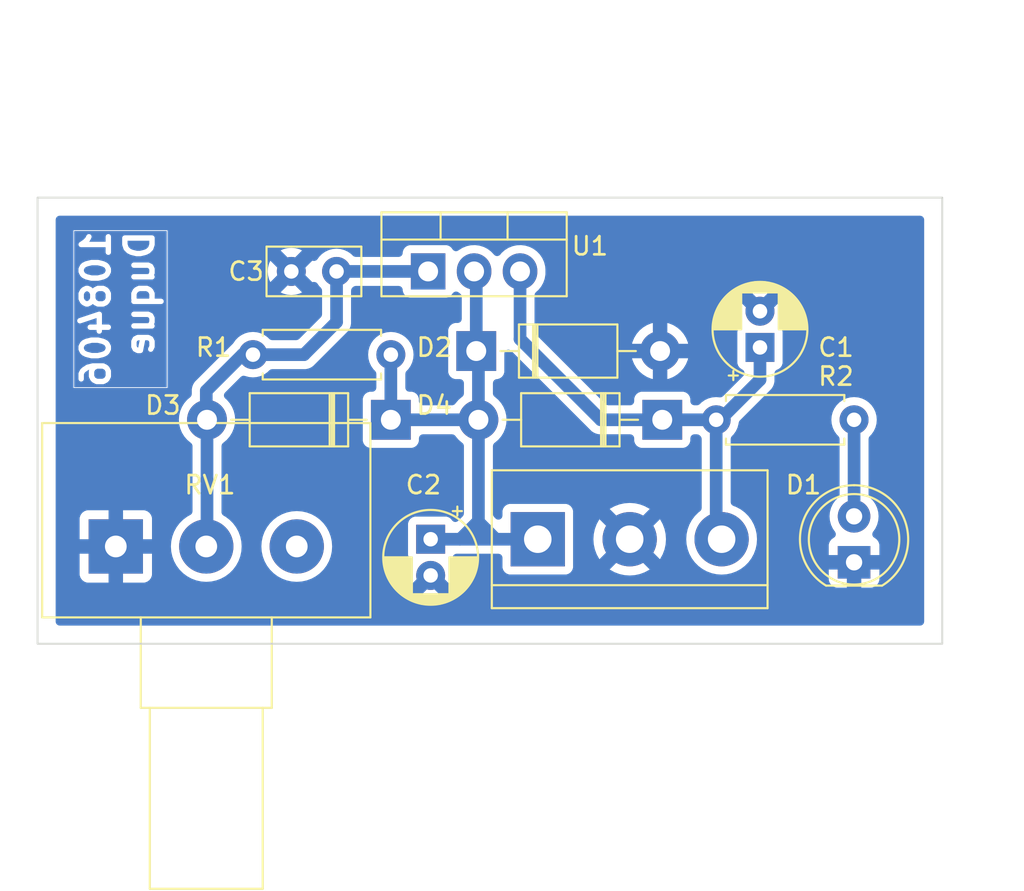
<source format=kicad_pcb>
(kicad_pcb (version 20221018) (generator pcbnew)
  (layers (0 "F.Cu" signal) (31 "B.Cu" signal) (34 "B.Paste" user) (35 "F.Paste" user) (36 "B.SilkS" user "B.Silkscreen") (37 "F.SilkS" user "F.Silkscreen") (38 "B.Mask" user) (39 "F.Mask" user) (44 "Edge.Cuts" user))
  (net 0 "")
  (net 1 "VCC")
  (net 2 "GND")
  (net 3 "/Vout")
  (net 4 "Net-(D3-A)")
  (net 5 "Net-(D1-A)")
  (footprint "Diode_THT:D_DO-41_SOD81_P10.16mm_Horizontal" (layer "F.Cu") (at 137.4 92.4 180)
    (fp_text reference "D3" (at 12.6 0.8) (layer "F.SilkS"))
    (fp_text value "1N4007")
    (fp_line (start 1.34 0) (end 2.36 0) (stroke (width 0.12)) (layer "F.SilkS"))
    (fp_line (start 2.36 -1.47) (end 2.36 1.47) (stroke (width 0.12)) (layer "F.SilkS"))
    (fp_line (start 2.36 1.47) (end 7.8 1.47) (stroke (width 0.12)) (layer "F.SilkS"))
    (fp_line (start 3.14 -1.47) (end 3.14 1.47) (stroke (width 0.12)) (layer "F.SilkS"))
    (fp_line (start 3.26 -1.47) (end 3.26 1.47) (stroke (width 0.12)) (layer "F.SilkS"))
    (fp_line (start 3.38 -1.47) (end 3.38 1.47) (stroke (width 0.12)) (layer "F.SilkS"))
    (fp_line (start 7.8 -1.47) (end 2.36 -1.47) (stroke (width 0.12)) (layer "F.SilkS"))
    (fp_line (start 7.8 1.47) (end 7.8 -1.47) (stroke (width 0.12)) (layer "F.SilkS"))
    (fp_line (start 8.82 0) (end 7.8 0) (stroke (width 0.12)) (layer "F.SilkS"))
    (pad "1" thru_hole rect (at 0 0 180) (size 2.2 2.2) (drill 1.1) (layers "*.Cu" "*.Mask") (net 3 "/Vout"))
    (pad "2" thru_hole oval (at 10.16 0 180) (size 2.2 2.2) (drill 1.1) (layers "*.Cu" "*.Mask") (net 4 "Net-(D3-A)"))
  )
  (footprint "LED_THT:LED_D5.0mm" (layer "F.Cu") (at 163 100.275 90)
    (fp_text reference "D1" (at 4.275 -2.8) (layer "F.SilkS"))
    (fp_text value "Red")
    (fp_line (start -1.29 -1.545) (end -1.29 1.545) (stroke (width 0.12)) (layer "F.SilkS"))
    (fp_arc (start -1.29 -1.54483) (mid 2.072002 -2.880433) (end 4.26 0.000462) (stroke (width 0.12)) (layer "F.SilkS"))
    (fp_arc (start 4.26 -0.000462) (mid 2.072002 2.880433) (end -1.29 1.54483) (stroke (width 0.12)) (layer "F.SilkS"))
    (fp_circle (center 1.27 0) (end 3.77 0) (stroke (width 0.12)) (fill none) (layer "F.SilkS"))
    (pad "1" thru_hole rect (at 0 0 90) (size 1.8 1.8) (drill 0.9) (layers "*.Cu" "*.Mask") (net 2 "GND"))
    (pad "2" thru_hole circle (at 2.54 0 90) (size 1.8 1.8) (drill 0.9) (layers "*.Cu" "*.Mask") (net 5 "Net-(D1-A)"))
  )
  (footprint "Package_TO_SOT_THT:TO-220-3_Vertical" (layer "F.Cu") (at 139.46 84.2)
    (fp_text reference "U1" (at 8.94 -1.4) (layer "F.SilkS"))
    (fp_text value "LM317")
    (fp_line (start -2.58 -3.27) (end -2.58 1.371) (stroke (width 0.12)) (layer "F.SilkS"))
    (fp_line (start -2.58 -3.27) (end 7.66 -3.27) (stroke (width 0.12)) (layer "F.SilkS"))
    (fp_line (start -2.58 -1.76) (end 7.66 -1.76) (stroke (width 0.12)) (layer "F.SilkS"))
    (fp_line (start -2.58 1.371) (end 7.66 1.371) (stroke (width 0.12)) (layer "F.SilkS"))
    (fp_line (start 0.69 -3.27) (end 0.69 -1.76) (stroke (width 0.12)) (layer "F.SilkS"))
    (fp_line (start 4.391 -3.27) (end 4.391 -1.76) (stroke (width 0.12)) (layer "F.SilkS"))
    (fp_line (start 7.66 -3.27) (end 7.66 1.371) (stroke (width 0.12)) (layer "F.SilkS"))
    (pad "1" thru_hole rect (at 0 0) (size 1.905 2) (drill 1.1) (layers "*.Cu" "*.Mask") (net 4 "Net-(D3-A)"))
    (pad "2" thru_hole oval (at 2.54 0) (size 1.905 2) (drill 1.1) (layers "*.Cu" "*.Mask") (net 3 "/Vout"))
    (pad "3" thru_hole oval (at 5.08 0) (size 1.905 2) (drill 1.1) (layers "*.Cu" "*.Mask") (net 1 "VCC"))
  )
  (footprint "Diode_THT:D_DO-41_SOD81_P10.16mm_Horizontal" (layer "F.Cu") (at 142.12 88.6)
    (fp_text reference "D2" (at -2.32 -0.2) (layer "F.SilkS"))
    (fp_text value "1N4007")
    (fp_line (start 1.34 0) (end 2.36 0) (stroke (width 0.12)) (layer "F.SilkS"))
    (fp_line (start 2.36 -1.47) (end 2.36 1.47) (stroke (width 0.12)) (layer "F.SilkS"))
    (fp_line (start 2.36 1.47) (end 7.8 1.47) (stroke (width 0.12)) (layer "F.SilkS"))
    (fp_line (start 3.14 -1.47) (end 3.14 1.47) (stroke (width 0.12)) (layer "F.SilkS"))
    (fp_line (start 3.26 -1.47) (end 3.26 1.47) (stroke (width 0.12)) (layer "F.SilkS"))
    (fp_line (start 3.38 -1.47) (end 3.38 1.47) (stroke (width 0.12)) (layer "F.SilkS"))
    (fp_line (start 7.8 -1.47) (end 2.36 -1.47) (stroke (width 0.12)) (layer "F.SilkS"))
    (fp_line (start 7.8 1.47) (end 7.8 -1.47) (stroke (width 0.12)) (layer "F.SilkS"))
    (fp_line (start 8.82 0) (end 7.8 0) (stroke (width 0.12)) (layer "F.SilkS"))
    (pad "1" thru_hole rect (at 0 0) (size 2.2 2.2) (drill 1.1) (layers "*.Cu" "*.Mask") (net 3 "/Vout"))
    (pad "2" thru_hole oval (at 10.16 0) (size 2.2 2.2) (drill 1.1) (layers "*.Cu" "*.Mask") (net 2 "GND"))
  )
  (footprint "Diode_THT:D_DO-41_SOD81_P10.16mm_Horizontal" (layer "F.Cu") (at 152.4 92.4 180)
    (fp_text reference "D4" (at 12.6 0.8) (layer "F.SilkS"))
    (fp_text value "1N4007")
    (fp_line (start 1.34 0) (end 2.36 0) (stroke (width 0.12)) (layer "F.SilkS"))
    (fp_line (start 2.36 -1.47) (end 2.36 1.47) (stroke (width 0.12)) (layer "F.SilkS"))
    (fp_line (start 2.36 1.47) (end 7.8 1.47) (stroke (width 0.12)) (layer "F.SilkS"))
    (fp_line (start 3.14 -1.47) (end 3.14 1.47) (stroke (width 0.12)) (layer "F.SilkS"))
    (fp_line (start 3.26 -1.47) (end 3.26 1.47) (stroke (width 0.12)) (layer "F.SilkS"))
    (fp_line (start 3.38 -1.47) (end 3.38 1.47) (stroke (width 0.12)) (layer "F.SilkS"))
    (fp_line (start 7.8 -1.47) (end 2.36 -1.47) (stroke (width 0.12)) (layer "F.SilkS"))
    (fp_line (start 7.8 1.47) (end 7.8 -1.47) (stroke (width 0.12)) (layer "F.SilkS"))
    (fp_line (start 8.82 0) (end 7.8 0) (stroke (width 0.12)) (layer "F.SilkS"))
    (pad "1" thru_hole rect (at 0 0 180) (size 2.2 2.2) (drill 1.1) (layers "*.Cu" "*.Mask") (net 1 "VCC"))
    (pad "2" thru_hole oval (at 10.16 0 180) (size 2.2 2.2) (drill 1.1) (layers "*.Cu" "*.Mask") (net 3 "/Vout"))
  )
  (footprint "TerminalBlock:TerminalBlock_bornier-3_P5.08mm" (layer "F.Cu") (at 145.52 99)
    (fp_text reference "J1" hide)
    (fp_text value "Bornera")
    (fp_line (start -2.54 -3.81) (end 12.7 -3.81) (stroke (width 0.12)) (layer "F.SilkS"))
    (fp_line (start -2.54 2.54) (end 12.7 2.54) (stroke (width 0.12)) (layer "F.SilkS"))
    (fp_line (start -2.54 3.81) (end -2.54 -3.81) (stroke (width 0.12)) (layer "F.SilkS"))
    (fp_line (start -2.54 3.81) (end 12.7 3.81) (stroke (width 0.12)) (layer "F.SilkS"))
    (fp_line (start 12.7 3.81) (end 12.7 -3.81) (stroke (width 0.12)) (layer "F.SilkS"))
    (pad "1" thru_hole rect (at 0 0) (size 3 3) (drill 1.52) (layers "*.Cu" "*.Mask") (net 3 "/Vout"))
    (pad "2" thru_hole circle (at 5.08 0) (size 3 3) (drill 1.52) (layers "*.Cu" "*.Mask") (net 2 "GND"))
    (pad "3" thru_hole circle (at 10.16 0) (size 3 3) (drill 1.52) (layers "*.Cu" "*.Mask") (net 1 "VCC"))
  )
  (footprint "Capacitor_THT:CP_Radial_D5.0mm_P2.00mm" (layer "F.Cu") (at 157.8 88.4 90)
    (fp_text reference "C1" (at 0 4.2 180) (layer "F.SilkS"))
    (fp_text value "10u")
    (fp_line (start -1.804775 -1.475) (end -1.304775 -1.475) (stroke (width 0.12)) (layer "F.SilkS"))
    (fp_line (start -1.554775 -1.725) (end -1.554775 -1.225) (stroke (width 0.12)) (layer "F.SilkS"))
    (fp_line (start 1 -2.58) (end 1 -1.04) (stroke (width 0.12)) (layer "F.SilkS"))
    (fp_line (start 1 1.04) (end 1 2.58) (stroke (width 0.12)) (layer "F.SilkS"))
    (fp_line (start 1.04 -2.58) (end 1.04 -1.04) (stroke (width 0.12)) (layer "F.SilkS"))
    (fp_line (start 1.04 1.04) (end 1.04 2.58) (stroke (width 0.12)) (layer "F.SilkS"))
    (fp_line (start 1.08 -2.579) (end 1.08 -1.04) (stroke (width 0.12)) (layer "F.SilkS"))
    (fp_line (start 1.08 1.04) (end 1.08 2.579) (stroke (width 0.12)) (layer "F.SilkS"))
    (fp_line (start 1.12 -2.578) (end 1.12 -1.04) (stroke (width 0.12)) (layer "F.SilkS"))
    (fp_line (start 1.12 1.04) (end 1.12 2.578) (stroke (width 0.12)) (layer "F.SilkS"))
    (fp_line (start 1.16 -2.576) (end 1.16 -1.04) (stroke (width 0.12)) (layer "F.SilkS"))
    (fp_line (start 1.16 1.04) (end 1.16 2.576) (stroke (width 0.12)) (layer "F.SilkS"))
    (fp_line (start 1.2 -2.573) (end 1.2 -1.04) (stroke (width 0.12)) (layer "F.SilkS"))
    (fp_line (start 1.2 1.04) (end 1.2 2.573) (stroke (width 0.12)) (layer "F.SilkS"))
    (fp_line (start 1.24 -2.569) (end 1.24 -1.04) (stroke (width 0.12)) (layer "F.SilkS"))
    (fp_line (start 1.24 1.04) (end 1.24 2.569) (stroke (width 0.12)) (layer "F.SilkS"))
    (fp_line (start 1.28 -2.565) (end 1.28 -1.04) (stroke (width 0.12)) (layer "F.SilkS"))
    (fp_line (start 1.28 1.04) (end 1.28 2.565) (stroke (width 0.12)) (layer "F.SilkS"))
    (fp_line (start 1.32 -2.561) (end 1.32 -1.04) (stroke (width 0.12)) (layer "F.SilkS"))
    (fp_line (start 1.32 1.04) (end 1.32 2.561) (stroke (width 0.12)) (layer "F.SilkS"))
    (fp_line (start 1.36 -2.556) (end 1.36 -1.04) (stroke (width 0.12)) (layer "F.SilkS"))
    (fp_line (start 1.36 1.04) (end 1.36 2.556) (stroke (width 0.12)) (layer "F.SilkS"))
    (fp_line (start 1.4 -2.55) (end 1.4 -1.04) (stroke (width 0.12)) (layer "F.SilkS"))
    (fp_line (start 1.4 1.04) (end 1.4 2.55) (stroke (width 0.12)) (layer "F.SilkS"))
    (fp_line (start 1.44 -2.543) (end 1.44 -1.04) (stroke (width 0.12)) (layer "F.SilkS"))
    (fp_line (start 1.44 1.04) (end 1.44 2.543) (stroke (width 0.12)) (layer "F.SilkS"))
    (fp_line (start 1.48 -2.536) (end 1.48 -1.04) (stroke (width 0.12)) (layer "F.SilkS"))
    (fp_line (start 1.48 1.04) (end 1.48 2.536) (stroke (width 0.12)) (layer "F.SilkS"))
    (fp_line (start 1.52 -2.528) (end 1.52 -1.04) (stroke (width 0.12)) (layer "F.SilkS"))
    (fp_line (start 1.52 1.04) (end 1.52 2.528) (stroke (width 0.12)) (layer "F.SilkS"))
    (fp_line (start 1.56 -2.52) (end 1.56 -1.04) (stroke (width 0.12)) (layer "F.SilkS"))
    (fp_line (start 1.56 1.04) (end 1.56 2.52) (stroke (width 0.12)) (layer "F.SilkS"))
    (fp_line (start 1.6 -2.511) (end 1.6 -1.04) (stroke (width 0.12)) (layer "F.SilkS"))
    (fp_line (start 1.6 1.04) (end 1.6 2.511) (stroke (width 0.12)) (layer "F.SilkS"))
    (fp_line (start 1.64 -2.501) (end 1.64 -1.04) (stroke (width 0.12)) (layer "F.SilkS"))
    (fp_line (start 1.64 1.04) (end 1.64 2.501) (stroke (width 0.12)) (layer "F.SilkS"))
    (fp_line (start 1.68 -2.491) (end 1.68 -1.04) (stroke (width 0.12)) (layer "F.SilkS"))
    (fp_line (start 1.68 1.04) (end 1.68 2.491) (stroke (width 0.12)) (layer "F.SilkS"))
    (fp_line (start 1.721 -2.48) (end 1.721 -1.04) (stroke (width 0.12)) (layer "F.SilkS"))
    (fp_line (start 1.721 1.04) (end 1.721 2.48) (stroke (width 0.12)) (layer "F.SilkS"))
    (fp_line (start 1.761 -2.468) (end 1.761 -1.04) (stroke (width 0.12)) (layer "F.SilkS"))
    (fp_line (start 1.761 1.04) (end 1.761 2.468) (stroke (width 0.12)) (layer "F.SilkS"))
    (fp_line (start 1.801 -2.455) (end 1.801 -1.04) (stroke (width 0.12)) (layer "F.SilkS"))
    (fp_line (start 1.801 1.04) (end 1.801 2.455) (stroke (width 0.12)) (layer "F.SilkS"))
    (fp_line (start 1.841 -2.442) (end 1.841 -1.04) (stroke (width 0.12)) (layer "F.SilkS"))
    (fp_line (start 1.841 1.04) (end 1.841 2.442) (stroke (width 0.12)) (layer "F.SilkS"))
    (fp_line (start 1.881 -2.428) (end 1.881 -1.04) (stroke (width 0.12)) (layer "F.SilkS"))
    (fp_line (start 1.881 1.04) (end 1.881 2.428) (stroke (width 0.12)) (layer "F.SilkS"))
    (fp_line (start 1.921 -2.414) (end 1.921 -1.04) (stroke (width 0.12)) (layer "F.SilkS"))
    (fp_line (start 1.921 1.04) (end 1.921 2.414) (stroke (width 0.12)) (layer "F.SilkS"))
    (fp_line (start 1.961 -2.398) (end 1.961 -1.04) (stroke (width 0.12)) (layer "F.SilkS"))
    (fp_line (start 1.961 1.04) (end 1.961 2.398) (stroke (width 0.12)) (layer "F.SilkS"))
    (fp_line (start 2.001 -2.382) (end 2.001 -1.04) (stroke (width 0.12)) (layer "F.SilkS"))
    (fp_line (start 2.001 1.04) (end 2.001 2.382) (stroke (width 0.12)) (layer "F.SilkS"))
    (fp_line (start 2.041 -2.365) (end 2.041 -1.04) (stroke (width 0.12)) (layer "F.SilkS"))
    (fp_line (start 2.041 1.04) (end 2.041 2.365) (stroke (width 0.12)) (layer "F.SilkS"))
    (fp_line (start 2.081 -2.348) (end 2.081 -1.04) (stroke (width 0.12)) (layer "F.SilkS"))
    (fp_line (start 2.081 1.04) (end 2.081 2.348) (stroke (width 0.12)) (layer "F.SilkS"))
    (fp_line (start 2.121 -2.329) (end 2.121 -1.04) (stroke (width 0.12)) (layer "F.SilkS"))
    (fp_line (start 2.121 1.04) (end 2.121 2.329) (stroke (width 0.12)) (layer "F.SilkS"))
    (fp_line (start 2.161 -2.31) (end 2.161 -1.04) (stroke (width 0.12)) (layer "F.SilkS"))
    (fp_line (start 2.161 1.04) (end 2.161 2.31) (stroke (width 0.12)) (layer "F.SilkS"))
    (fp_line (start 2.201 -2.29) (end 2.201 -1.04) (stroke (width 0.12)) (layer "F.SilkS"))
    (fp_line (start 2.201 1.04) (end 2.201 2.29) (stroke (width 0.12)) (layer "F.SilkS"))
    (fp_line (start 2.241 -2.268) (end 2.241 -1.04) (stroke (width 0.12)) (layer "F.SilkS"))
    (fp_line (start 2.241 1.04) (end 2.241 2.268) (stroke (width 0.12)) (layer "F.SilkS"))
    (fp_line (start 2.281 -2.247) (end 2.281 -1.04) (stroke (width 0.12)) (layer "F.SilkS"))
    (fp_line (start 2.281 1.04) (end 2.281 2.247) (stroke (width 0.12)) (layer "F.SilkS"))
    (fp_line (start 2.321 -2.224) (end 2.321 -1.04) (stroke (width 0.12)) (layer "F.SilkS"))
    (fp_line (start 2.321 1.04) (end 2.321 2.224) (stroke (width 0.12)) (layer "F.SilkS"))
    (fp_line (start 2.361 -2.2) (end 2.361 -1.04) (stroke (width 0.12)) (layer "F.SilkS"))
    (fp_line (start 2.361 1.04) (end 2.361 2.2) (stroke (width 0.12)) (layer "F.SilkS"))
    (fp_line (start 2.401 -2.175) (end 2.401 -1.04) (stroke (width 0.12)) (layer "F.SilkS"))
    (fp_line (start 2.401 1.04) (end 2.401 2.175) (stroke (width 0.12)) (layer "F.SilkS"))
    (fp_line (start 2.441 -2.149) (end 2.441 -1.04) (stroke (width 0.12)) (layer "F.SilkS"))
    (fp_line (start 2.441 1.04) (end 2.441 2.149) (stroke (width 0.12)) (layer "F.SilkS"))
    (fp_line (start 2.481 -2.122) (end 2.481 -1.04) (stroke (width 0.12)) (layer "F.SilkS"))
    (fp_line (start 2.481 1.04) (end 2.481 2.122) (stroke (width 0.12)) (layer "F.SilkS"))
    (fp_line (start 2.521 -2.095) (end 2.521 -1.04) (stroke (width 0.12)) (layer "F.SilkS"))
    (fp_line (start 2.521 1.04) (end 2.521 2.095) (stroke (width 0.12)) (layer "F.SilkS"))
    (fp_line (start 2.561 -2.065) (end 2.561 -1.04) (stroke (width 0.12)) (layer "F.SilkS"))
    (fp_line (start 2.561 1.04) (end 2.561 2.065) (stroke (width 0.12)) (layer "F.SilkS"))
    (fp_line (start 2.601 -2.035) (end 2.601 -1.04) (stroke (width 0.12)) (layer "F.SilkS"))
    (fp_line (start 2.601 1.04) (end 2.601 2.035) (stroke (width 0.12)) (layer "F.SilkS"))
    (fp_line (start 2.641 -2.004) (end 2.641 -1.04) (stroke (width 0.12)) (layer "F.SilkS"))
    (fp_line (start 2.641 1.04) (end 2.641 2.004) (stroke (width 0.12)) (layer "F.SilkS"))
    (fp_line (start 2.681 -1.971) (end 2.681 -1.04) (stroke (width 0.12)) (layer "F.SilkS"))
    (fp_line (start 2.681 1.04) (end 2.681 1.971) (stroke (width 0.12)) (layer "F.SilkS"))
    (fp_line (start 2.721 -1.937) (end 2.721 -1.04) (stroke (width 0.12)) (layer "F.SilkS"))
    (fp_line (start 2.721 1.04) (end 2.721 1.937) (stroke (width 0.12)) (layer "F.SilkS"))
    (fp_line (start 2.761 -1.901) (end 2.761 -1.04) (stroke (width 0.12)) (layer "F.SilkS"))
    (fp_line (start 2.761 1.04) (end 2.761 1.901) (stroke (width 0.12)) (layer "F.SilkS"))
    (fp_line (start 2.801 -1.864) (end 2.801 -1.04) (stroke (width 0.12)) (layer "F.SilkS"))
    (fp_line (start 2.801 1.04) (end 2.801 1.864) (stroke (width 0.12)) (layer "F.SilkS"))
    (fp_line (start 2.841 -1.826) (end 2.841 -1.04) (stroke (width 0.12)) (layer "F.SilkS"))
    (fp_line (start 2.841 1.04) (end 2.841 1.826) (stroke (width 0.12)) (layer "F.SilkS"))
    (fp_line (start 2.881 -1.785) (end 2.881 -1.04) (stroke (width 0.12)) (layer "F.SilkS"))
    (fp_line (start 2.881 1.04) (end 2.881 1.785) (stroke (width 0.12)) (layer "F.SilkS"))
    (fp_line (start 2.921 -1.743) (end 2.921 -1.04) (stroke (width 0.12)) (layer "F.SilkS"))
    (fp_line (start 2.921 1.04) (end 2.921 1.743) (stroke (width 0.12)) (layer "F.SilkS"))
    (fp_line (start 2.961 -1.699) (end 2.961 -1.04) (stroke (width 0.12)) (layer "F.SilkS"))
    (fp_line (start 2.961 1.04) (end 2.961 1.699) (stroke (width 0.12)) (layer "F.SilkS"))
    (fp_line (start 3.001 -1.653) (end 3.001 -1.04) (stroke (width 0.12)) (layer "F.SilkS"))
    (fp_line (start 3.001 1.04) (end 3.001 1.653) (stroke (width 0.12)) (layer "F.SilkS"))
    (fp_line (start 3.041 -1.605) (end 3.041 1.605) (stroke (width 0.12)) (layer "F.SilkS"))
    (fp_line (start 3.081 -1.554) (end 3.081 1.554) (stroke (width 0.12)) (layer "F.SilkS"))
    (fp_line (start 3.121 -1.5) (end 3.121 1.5) (stroke (width 0.12)) (layer "F.SilkS"))
    (fp_line (start 3.161 -1.443) (end 3.161 1.443) (stroke (width 0.12)) (layer "F.SilkS"))
    (fp_line (start 3.201 -1.383) (end 3.201 1.383) (stroke (width 0.12)) (layer "F.SilkS"))
    (fp_line (start 3.241 -1.319) (end 3.241 1.319) (stroke (width 0.12)) (layer "F.SilkS"))
    (fp_line (start 3.281 -1.251) (end 3.281 1.251) (stroke (width 0.12)) (layer "F.SilkS"))
    (fp_line (start 3.321 -1.178) (end 3.321 1.178) (stroke (width 0.12)) (layer "F.SilkS"))
    (fp_line (start 3.361 -1.098) (end 3.361 1.098) (stroke (width 0.12)) (layer "F.SilkS"))
    (fp_line (start 3.401 -1.011) (end 3.401 1.011) (stroke (width 0.12)) (layer "F.SilkS"))
    (fp_line (start 3.441 -0.915) (end 3.441 0.915) (stroke (width 0.12)) (layer "F.SilkS"))
    (fp_line (start 3.481 -0.805) (end 3.481 0.805) (stroke (width 0.12)) (layer "F.SilkS"))
    (fp_line (start 3.521 -0.677) (end 3.521 0.677) (stroke (width 0.12)) (layer "F.SilkS"))
    (fp_line (start 3.561 -0.518) (end 3.561 0.518) (stroke (width 0.12)) (layer "F.SilkS"))
    (fp_line (start 3.601 -0.284) (end 3.601 0.284) (stroke (width 0.12)) (layer "F.SilkS"))
    (fp_circle (center 1 0) (end 3.62 0) (stroke (width 0.12)) (fill none) (layer "F.SilkS"))
    (pad "1" thru_hole rect (at 0 0 90) (size 1.6 1.6) (drill 0.8) (layers "*.Cu" "*.Mask") (net 1 "VCC"))
    (pad "2" thru_hole circle (at 2 0 90) (size 1.6 1.6) (drill 0.8) (layers "*.Cu" "*.Mask") (net 2 "GND"))
  )
  (footprint "Capacitor_THT:CP_Radial_D5.0mm_P2.00mm" (layer "F.Cu") (at 139.6 99 -90)
    (fp_text reference "C2" (at -3 0.4 -180) (layer "F.SilkS"))
    (fp_text value "10u")
    (fp_line (start -1.804775 -1.475) (end -1.304775 -1.475) (stroke (width 0.12)) (layer "F.SilkS"))
    (fp_line (start -1.554775 -1.725) (end -1.554775 -1.225) (stroke (width 0.12)) (layer "F.SilkS"))
    (fp_line (start 1 -2.58) (end 1 -1.04) (stroke (width 0.12)) (layer "F.SilkS"))
    (fp_line (start 1 1.04) (end 1 2.58) (stroke (width 0.12)) (layer "F.SilkS"))
    (fp_line (start 1.04 -2.58) (end 1.04 -1.04) (stroke (width 0.12)) (layer "F.SilkS"))
    (fp_line (start 1.04 1.04) (end 1.04 2.58) (stroke (width 0.12)) (layer "F.SilkS"))
    (fp_line (start 1.08 -2.579) (end 1.08 -1.04) (stroke (width 0.12)) (layer "F.SilkS"))
    (fp_line (start 1.08 1.04) (end 1.08 2.579) (stroke (width 0.12)) (layer "F.SilkS"))
    (fp_line (start 1.12 -2.578) (end 1.12 -1.04) (stroke (width 0.12)) (layer "F.SilkS"))
    (fp_line (start 1.12 1.04) (end 1.12 2.578) (stroke (width 0.12)) (layer "F.SilkS"))
    (fp_line (start 1.16 -2.576) (end 1.16 -1.04) (stroke (width 0.12)) (layer "F.SilkS"))
    (fp_line (start 1.16 1.04) (end 1.16 2.576) (stroke (width 0.12)) (layer "F.SilkS"))
    (fp_line (start 1.2 -2.573) (end 1.2 -1.04) (stroke (width 0.12)) (layer "F.SilkS"))
    (fp_line (start 1.2 1.04) (end 1.2 2.573) (stroke (width 0.12)) (layer "F.SilkS"))
    (fp_line (start 1.24 -2.569) (end 1.24 -1.04) (stroke (width 0.12)) (layer "F.SilkS"))
    (fp_line (start 1.24 1.04) (end 1.24 2.569) (stroke (width 0.12)) (layer "F.SilkS"))
    (fp_line (start 1.28 -2.565) (end 1.28 -1.04) (stroke (width 0.12)) (layer "F.SilkS"))
    (fp_line (start 1.28 1.04) (end 1.28 2.565) (stroke (width 0.12)) (layer "F.SilkS"))
    (fp_line (start 1.32 -2.561) (end 1.32 -1.04) (stroke (width 0.12)) (layer "F.SilkS"))
    (fp_line (start 1.32 1.04) (end 1.32 2.561) (stroke (width 0.12)) (layer "F.SilkS"))
    (fp_line (start 1.36 -2.556) (end 1.36 -1.04) (stroke (width 0.12)) (layer "F.SilkS"))
    (fp_line (start 1.36 1.04) (end 1.36 2.556) (stroke (width 0.12)) (layer "F.SilkS"))
    (fp_line (start 1.4 -2.55) (end 1.4 -1.04) (stroke (width 0.12)) (layer "F.SilkS"))
    (fp_line (start 1.4 1.04) (end 1.4 2.55) (stroke (width 0.12)) (layer "F.SilkS"))
    (fp_line (start 1.44 -2.543) (end 1.44 -1.04) (stroke (width 0.12)) (layer "F.SilkS"))
    (fp_line (start 1.44 1.04) (end 1.44 2.543) (stroke (width 0.12)) (layer "F.SilkS"))
    (fp_line (start 1.48 -2.536) (end 1.48 -1.04) (stroke (width 0.12)) (layer "F.SilkS"))
    (fp_line (start 1.48 1.04) (end 1.48 2.536) (stroke (width 0.12)) (layer "F.SilkS"))
    (fp_line (start 1.52 -2.528) (end 1.52 -1.04) (stroke (width 0.12)) (layer "F.SilkS"))
    (fp_line (start 1.52 1.04) (end 1.52 2.528) (stroke (width 0.12)) (layer "F.SilkS"))
    (fp_line (start 1.56 -2.52) (end 1.56 -1.04) (stroke (width 0.12)) (layer "F.SilkS"))
    (fp_line (start 1.56 1.04) (end 1.56 2.52) (stroke (width 0.12)) (layer "F.SilkS"))
    (fp_line (start 1.6 -2.511) (end 1.6 -1.04) (stroke (width 0.12)) (layer "F.SilkS"))
    (fp_line (start 1.6 1.04) (end 1.6 2.511) (stroke (width 0.12)) (layer "F.SilkS"))
    (fp_line (start 1.64 -2.501) (end 1.64 -1.04) (stroke (width 0.12)) (layer "F.SilkS"))
    (fp_line (start 1.64 1.04) (end 1.64 2.501) (stroke (width 0.12)) (layer "F.SilkS"))
    (fp_line (start 1.68 -2.491) (end 1.68 -1.04) (stroke (width 0.12)) (layer "F.SilkS"))
    (fp_line (start 1.68 1.04) (end 1.68 2.491) (stroke (width 0.12)) (layer "F.SilkS"))
    (fp_line (start 1.721 -2.48) (end 1.721 -1.04) (stroke (width 0.12)) (layer "F.SilkS"))
    (fp_line (start 1.721 1.04) (end 1.721 2.48) (stroke (width 0.12)) (layer "F.SilkS"))
    (fp_line (start 1.761 -2.468) (end 1.761 -1.04) (stroke (width 0.12)) (layer "F.SilkS"))
    (fp_line (start 1.761 1.04) (end 1.761 2.468) (stroke (width 0.12)) (layer "F.SilkS"))
    (fp_line (start 1.801 -2.455) (end 1.801 -1.04) (stroke (width 0.12)) (layer "F.SilkS"))
    (fp_line (start 1.801 1.04) (end 1.801 2.455) (stroke (width 0.12)) (layer "F.SilkS"))
    (fp_line (start 1.841 -2.442) (end 1.841 -1.04) (stroke (width 0.12)) (layer "F.SilkS"))
    (fp_line (start 1.841 1.04) (end 1.841 2.442) (stroke (width 0.12)) (layer "F.SilkS"))
    (fp_line (start 1.881 -2.428) (end 1.881 -1.04) (stroke (width 0.12)) (layer "F.SilkS"))
    (fp_line (start 1.881 1.04) (end 1.881 2.428) (stroke (width 0.12)) (layer "F.SilkS"))
    (fp_line (start 1.921 -2.414) (end 1.921 -1.04) (stroke (width 0.12)) (layer "F.SilkS"))
    (fp_line (start 1.921 1.04) (end 1.921 2.414) (stroke (width 0.12)) (layer "F.SilkS"))
    (fp_line (start 1.961 -2.398) (end 1.961 -1.04) (stroke (width 0.12)) (layer "F.SilkS"))
    (fp_line (start 1.961 1.04) (end 1.961 2.398) (stroke (width 0.12)) (layer "F.SilkS"))
    (fp_line (start 2.001 -2.382) (end 2.001 -1.04) (stroke (width 0.12)) (layer "F.SilkS"))
    (fp_line (start 2.001 1.04) (end 2.001 2.382) (stroke (width 0.12)) (layer "F.SilkS"))
    (fp_line (start 2.041 -2.365) (end 2.041 -1.04) (stroke (width 0.12)) (layer "F.SilkS"))
    (fp_line (start 2.041 1.04) (end 2.041 2.365) (stroke (width 0.12)) (layer "F.SilkS"))
    (fp_line (start 2.081 -2.348) (end 2.081 -1.04) (stroke (width 0.12)) (layer "F.SilkS"))
    (fp_line (start 2.081 1.04) (end 2.081 2.348) (stroke (width 0.12)) (layer "F.SilkS"))
    (fp_line (start 2.121 -2.329) (end 2.121 -1.04) (stroke (width 0.12)) (layer "F.SilkS"))
    (fp_line (start 2.121 1.04) (end 2.121 2.329) (stroke (width 0.12)) (layer "F.SilkS"))
    (fp_line (start 2.161 -2.31) (end 2.161 -1.04) (stroke (width 0.12)) (layer "F.SilkS"))
    (fp_line (start 2.161 1.04) (end 2.161 2.31) (stroke (width 0.12)) (layer "F.SilkS"))
    (fp_line (start 2.201 -2.29) (end 2.201 -1.04) (stroke (width 0.12)) (layer "F.SilkS"))
    (fp_line (start 2.201 1.04) (end 2.201 2.29) (stroke (width 0.12)) (layer "F.SilkS"))
    (fp_line (start 2.241 -2.268) (end 2.241 -1.04) (stroke (width 0.12)) (layer "F.SilkS"))
    (fp_line (start 2.241 1.04) (end 2.241 2.268) (stroke (width 0.12)) (layer "F.SilkS"))
    (fp_line (start 2.281 -2.247) (end 2.281 -1.04) (stroke (width 0.12)) (layer "F.SilkS"))
    (fp_line (start 2.281 1.04) (end 2.281 2.247) (stroke (width 0.12)) (layer "F.SilkS"))
    (fp_line (start 2.321 -2.224) (end 2.321 -1.04) (stroke (width 0.12)) (layer "F.SilkS"))
    (fp_line (start 2.321 1.04) (end 2.321 2.224) (stroke (width 0.12)) (layer "F.SilkS"))
    (fp_line (start 2.361 -2.2) (end 2.361 -1.04) (stroke (width 0.12)) (layer "F.SilkS"))
    (fp_line (start 2.361 1.04) (end 2.361 2.2) (stroke (width 0.12)) (layer "F.SilkS"))
    (fp_line (start 2.401 -2.175) (end 2.401 -1.04) (stroke (width 0.12)) (layer "F.SilkS"))
    (fp_line (start 2.401 1.04) (end 2.401 2.175) (stroke (width 0.12)) (layer "F.SilkS"))
    (fp_line (start 2.441 -2.149) (end 2.441 -1.04) (stroke (width 0.12)) (layer "F.SilkS"))
    (fp_line (start 2.441 1.04) (end 2.441 2.149) (stroke (width 0.12)) (layer "F.SilkS"))
    (fp_line (start 2.481 -2.122) (end 2.481 -1.04) (stroke (width 0.12)) (layer "F.SilkS"))
    (fp_line (start 2.481 1.04) (end 2.481 2.122) (stroke (width 0.12)) (layer "F.SilkS"))
    (fp_line (start 2.521 -2.095) (end 2.521 -1.04) (stroke (width 0.12)) (layer "F.SilkS"))
    (fp_line (start 2.521 1.04) (end 2.521 2.095) (stroke (width 0.12)) (layer "F.SilkS"))
    (fp_line (start 2.561 -2.065) (end 2.561 -1.04) (stroke (width 0.12)) (layer "F.SilkS"))
    (fp_line (start 2.561 1.04) (end 2.561 2.065) (stroke (width 0.12)) (layer "F.SilkS"))
    (fp_line (start 2.601 -2.035) (end 2.601 -1.04) (stroke (width 0.12)) (layer "F.SilkS"))
    (fp_line (start 2.601 1.04) (end 2.601 2.035) (stroke (width 0.12)) (layer "F.SilkS"))
    (fp_line (start 2.641 -2.004) (end 2.641 -1.04) (stroke (width 0.12)) (layer "F.SilkS"))
    (fp_line (start 2.641 1.04) (end 2.641 2.004) (stroke (width 0.12)) (layer "F.SilkS"))
    (fp_line (start 2.681 -1.971) (end 2.681 -1.04) (stroke (width 0.12)) (layer "F.SilkS"))
    (fp_line (start 2.681 1.04) (end 2.681 1.971) (stroke (width 0.12)) (layer "F.SilkS"))
    (fp_line (start 2.721 -1.937) (end 2.721 -1.04) (stroke (width 0.12)) (layer "F.SilkS"))
    (fp_line (start 2.721 1.04) (end 2.721 1.937) (stroke (width 0.12)) (layer "F.SilkS"))
    (fp_line (start 2.761 -1.901) (end 2.761 -1.04) (stroke (width 0.12)) (layer "F.SilkS"))
    (fp_line (start 2.761 1.04) (end 2.761 1.901) (stroke (width 0.12)) (layer "F.SilkS"))
    (fp_line (start 2.801 -1.864) (end 2.801 -1.04) (stroke (width 0.12)) (layer "F.SilkS"))
    (fp_line (start 2.801 1.04) (end 2.801 1.864) (stroke (width 0.12)) (layer "F.SilkS"))
    (fp_line (start 2.841 -1.826) (end 2.841 -1.04) (stroke (width 0.12)) (layer "F.SilkS"))
    (fp_line (start 2.841 1.04) (end 2.841 1.826) (stroke (width 0.12)) (layer "F.SilkS"))
    (fp_line (start 2.881 -1.785) (end 2.881 -1.04) (stroke (width 0.12)) (layer "F.SilkS"))
    (fp_line (start 2.881 1.04) (end 2.881 1.785) (stroke (width 0.12)) (layer "F.SilkS"))
    (fp_line (start 2.921 -1.743) (end 2.921 -1.04) (stroke (width 0.12)) (layer "F.SilkS"))
    (fp_line (start 2.921 1.04) (end 2.921 1.743) (stroke (width 0.12)) (layer "F.SilkS"))
    (fp_line (start 2.961 -1.699) (end 2.961 -1.04) (stroke (width 0.12)) (layer "F.SilkS"))
    (fp_line (start 2.961 1.04) (end 2.961 1.699) (stroke (width 0.12)) (layer "F.SilkS"))
    (fp_line (start 3.001 -1.653) (end 3.001 -1.04) (stroke (width 0.12)) (layer "F.SilkS"))
    (fp_line (start 3.001 1.04) (end 3.001 1.653) (stroke (width 0.12)) (layer "F.SilkS"))
    (fp_line (start 3.041 -1.605) (end 3.041 1.605) (stroke (width 0.12)) (layer "F.SilkS"))
    (fp_line (start 3.081 -1.554) (end 3.081 1.554) (stroke (width 0.12)) (layer "F.SilkS"))
    (fp_line (start 3.121 -1.5) (end 3.121 1.5) (stroke (width 0.12)) (layer "F.SilkS"))
    (fp_line (start 3.161 -1.443) (end 3.161 1.443) (stroke (width 0.12)) (layer "F.SilkS"))
    (fp_line (start 3.201 -1.383) (end 3.201 1.383) (stroke (width 0.12)) (layer "F.SilkS"))
    (fp_line (start 3.241 -1.319) (end 3.241 1.319) (stroke (width 0.12)) (layer "F.SilkS"))
    (fp_line (start 3.281 -1.251) (end 3.281 1.251) (stroke (width 0.12)) (layer "F.SilkS"))
    (fp_line (start 3.321 -1.178) (end 3.321 1.178) (stroke (width 0.12)) (layer "F.SilkS"))
    (fp_line (start 3.361 -1.098) (end 3.361 1.098) (stroke (width 0.12)) (layer "F.SilkS"))
    (fp_line (start 3.401 -1.011) (end 3.401 1.011) (stroke (width 0.12)) (layer "F.SilkS"))
    (fp_line (start 3.441 -0.915) (end 3.441 0.915) (stroke (width 0.12)) (layer "F.SilkS"))
    (fp_line (start 3.481 -0.805) (end 3.481 0.805) (stroke (width 0.12)) (layer "F.SilkS"))
    (fp_line (start 3.521 -0.677) (end 3.521 0.677) (stroke (width 0.12)) (layer "F.SilkS"))
    (fp_line (start 3.561 -0.518) (end 3.561 0.518) (stroke (width 0.12)) (layer "F.SilkS"))
    (fp_line (start 3.601 -0.284) (end 3.601 0.284) (stroke (width 0.12)) (layer "F.SilkS"))
    (fp_circle (center 1 0) (end 3.62 0) (stroke (width 0.12)) (fill none) (layer "F.SilkS"))
    (pad "1" thru_hole rect (at 0 0 270) (size 1.6 1.6) (drill 0.8) (layers "*.Cu" "*.Mask") (net 3 "/Vout"))
    (pad "2" thru_hole circle (at 2 0 270) (size 1.6 1.6) (drill 0.8) (layers "*.Cu" "*.Mask") (net 2 "GND"))
  )
  (footprint "Capacitor_THT:C_Disc_D5.0mm_W2.5mm_P2.50mm" (layer "F.Cu") (at 131.9 84.2)
    (fp_text reference "C3" (at -2.5 0) (layer "F.SilkS"))
    (fp_text value "100n")
    (fp_line (start -1.37 -1.37) (end -1.37 1.37) (stroke (width 0.12)) (layer "F.SilkS"))
    (fp_line (start -1.37 -1.37) (end 3.87 -1.37) (stroke (width 0.12)) (layer "F.SilkS"))
    (fp_line (start -1.37 1.37) (end 3.87 1.37) (stroke (width 0.12)) (layer "F.SilkS"))
    (fp_line (start 3.87 -1.37) (end 3.87 1.37) (stroke (width 0.12)) (layer "F.SilkS"))
    (pad "1" thru_hole circle (at 0 0) (size 1.6 1.6) (drill 0.8) (layers "*.Cu" "*.Mask") (net 2 "GND"))
    (pad "2" thru_hole circle (at 2.5 0) (size 1.6 1.6) (drill 0.8) (layers "*.Cu" "*.Mask") (net 4 "Net-(D3-A)"))
  )
  (footprint "Resistor_THT:R_Axial_DIN0207_L6.3mm_D2.5mm_P7.62mm_Horizontal" (layer "F.Cu") (at 137.4 88.8 180)
    (fp_text reference "R1" (at 9.8 0.4) (layer "F.SilkS"))
    (fp_text value "220")
    (fp_line (start 0.54 -1.37) (end 7.08 -1.37) (stroke (width 0.12)) (layer "F.SilkS"))
    (fp_line (start 0.54 -1.04) (end 0.54 -1.37) (stroke (width 0.12)) (layer "F.SilkS"))
    (fp_line (start 0.54 1.04) (end 0.54 1.37) (stroke (width 0.12)) (layer "F.SilkS"))
    (fp_line (start 0.54 1.37) (end 7.08 1.37) (stroke (width 0.12)) (layer "F.SilkS"))
    (fp_line (start 7.08 -1.37) (end 7.08 -1.04) (stroke (width 0.12)) (layer "F.SilkS"))
    (fp_line (start 7.08 1.37) (end 7.08 1.04) (stroke (width 0.12)) (layer "F.SilkS"))
    (pad "1" thru_hole circle (at 0 0 180) (size 1.6 1.6) (drill 0.8) (layers "*.Cu" "*.Mask") (net 3 "/Vout"))
    (pad "2" thru_hole oval (at 7.62 0 180) (size 1.6 1.6) (drill 0.8) (layers "*.Cu" "*.Mask") (net 4 "Net-(D3-A)"))
  )
  (footprint "Resistor_THT:R_Axial_DIN0207_L6.3mm_D2.5mm_P7.62mm_Horizontal" (layer "F.Cu") (at 155.38 92.4)
    (fp_text reference "R2" (at 6.62 -2.4) (layer "F.SilkS"))
    (fp_text value "1k")
    (fp_line (start 0.54 -1.37) (end 7.08 -1.37) (stroke (width 0.12)) (layer "F.SilkS"))
    (fp_line (start 0.54 -1.04) (end 0.54 -1.37) (stroke (width 0.12)) (layer "F.SilkS"))
    (fp_line (start 0.54 1.04) (end 0.54 1.37) (stroke (width 0.12)) (layer "F.SilkS"))
    (fp_line (start 0.54 1.37) (end 7.08 1.37) (stroke (width 0.12)) (layer "F.SilkS"))
    (fp_line (start 7.08 -1.37) (end 7.08 -1.04) (stroke (width 0.12)) (layer "F.SilkS"))
    (fp_line (start 7.08 1.37) (end 7.08 1.04) (stroke (width 0.12)) (layer "F.SilkS"))
    (pad "1" thru_hole circle (at 0 0) (size 1.6 1.6) (drill 0.8) (layers "*.Cu" "*.Mask") (net 1 "VCC"))
    (pad "2" thru_hole oval (at 7.62 0) (size 1.6 1.6) (drill 0.8) (layers "*.Cu" "*.Mask") (net 5 "Net-(D1-A)"))
  )
  (footprint "Potentiometer_THT:Potentiometer_Alps_RK163_Single_Horizontal" (layer "F.Cu") (at 122.2 99.4 90)
    (fp_text reference "RV1" (at 3.4 5.2 180) (layer "F.SilkS"))
    (fp_text value "5k")
    (fp_line (start -18.92 8.12) (end -18.92 1.88) (stroke (width 0.12)) (layer "F.SilkS"))
    (fp_line (start -8.92 1.88) (end -18.92 1.88) (stroke (width 0.12)) (layer "F.SilkS"))
    (fp_line (start -8.92 8.12) (end -18.92 8.12) (stroke (width 0.12)) (layer "F.SilkS"))
    (fp_line (start -8.92 8.62) (end -8.92 1.38) (stroke (width 0.12)) (layer "F.SilkS"))
    (fp_line (start -3.92 1.38) (end -8.92 1.38) (stroke (width 0.12)) (layer "F.SilkS"))
    (fp_line (start -3.92 8.62) (end -8.92 8.62) (stroke (width 0.12)) (layer "F.SilkS"))
    (fp_line (start -3.92 14.07) (end -3.92 -4.07) (stroke (width 0.12)) (layer "F.SilkS"))
    (fp_line (start 6.82 -4.07) (end -3.92 -4.07) (stroke (width 0.12)) (layer "F.SilkS"))
    (fp_line (start 6.82 14.07) (end -3.92 14.07) (stroke (width 0.12)) (layer "F.SilkS"))
    (fp_line (start 6.82 14.07) (end 6.82 -4.07) (stroke (width 0.12)) (layer "F.SilkS"))
    (pad "1" thru_hole rect (at 0 0 270) (size 3 3) (drill 1.2) (layers "*.Cu" "*.Mask") (net 2 "GND"))
    (pad "2" thru_hole circle (at 0 5 270) (size 3 3) (drill 1.2) (layers "*.Cu" "*.Mask") (net 4 "Net-(D3-A)"))
    (pad "3" thru_hole circle (at 0 10 270) (size 3 3) (drill 1.2) (layers "*.Cu" "*.Mask"))
  )
  (gr_rect (start 117.875 80.12) (end 167.875 104.775) (stroke (width 0.1)) (fill none) (layer "Edge.Cuts"))
  (gr_text "108406\nDuque" (at 124.4 81.8 90) (layer "B.Cu" knockout) (effects (font (size 1.5 1.5) (thickness 0.3) bold) (justify left bottom mirror)))
  (segment (start 144.54 87.94) (end 144.54 84.2) (width 0.7) (layer "B.Cu") (net 1))
  (segment (start 155.59 92.4) (end 157.8 90.19) (width 0.7) (layer "B.Cu") (net 1))
  (segment (start 155.38 92.4) (end 155.38 98.7) (width 0.7) (layer "B.Cu") (net 1))
  (segment (start 152.4 92.4) (end 149 92.4) (width 0.7) (layer "B.Cu") (net 1))
  (segment (start 155.38 98.7) (end 155.68 99) (width 0.7) (layer "B.Cu") (net 1))
  (segment (start 152.4 92.4) (end 155.59 92.4) (width 0.7) (layer "B.Cu") (net 1))
  (segment (start 157.8 90.19) (end 157.8 88.4) (width 0.7) (layer "B.Cu") (net 1))
  (segment (start 149 92.4) (end 144.54 87.94) (width 0.7) (layer "B.Cu") (net 1))
  (segment (start 142.12 84.32) (end 142 84.2) (width 0.7) (layer "B.Cu") (net 3))
  (segment (start 142.24 88.72) (end 142.12 88.6) (width 0.7) (layer "B.Cu") (net 3))
  (segment (start 142.24 98) (end 142.24 98.04) (width 0.7) (layer "B.Cu") (net 3))
  (segment (start 137.4 92.4) (end 142.24 92.4) (width 0.7) (layer "B.Cu") (net 3))
  (segment (start 137.4 88.8) (end 137.4 92.4) (width 0.7) (layer "B.Cu") (net 3))
  (segment (start 141.24 99) (end 142.24 98) (width 0.7) (layer "B.Cu") (net 3))
  (segment (start 139.6 99) (end 141.2 99) (width 0.7) (layer "B.Cu") (net 3))
  (segment (start 141.2 99) (end 143.2 99) (width 0.7) (layer "B.Cu") (net 3))
  (segment (start 142.12 88.6) (end 142.12 84.32) (width 0.7) (layer "B.Cu") (net 3))
  (segment (start 139.6 99) (end 139.6 99.2) (width 0.7) (layer "B.Cu") (net 3))
  (segment (start 142.24 99) (end 142.24 98) (width 0.7) (layer "B.Cu") (net 3))
  (segment (start 142.24 92.4) (end 142.24 88.72) (width 0.7) (layer "B.Cu") (net 3))
  (segment (start 142.24 98.04) (end 143.2 99) (width 0.7) (layer "B.Cu") (net 3))
  (segment (start 141.2 99) (end 141.24 99) (width 0.7) (layer "B.Cu") (net 3))
  (segment (start 142.24 98) (end 142.24 92.4) (width 0.7) (layer "B.Cu") (net 3))
  (segment (start 142 88.48) (end 142.12 88.6) (width 0.7) (layer "B.Cu") (net 3))
  (segment (start 143.2 99) (end 145.52 99) (width 0.7) (layer "B.Cu") (net 3))
  (segment (start 129.2 88.8) (end 127.2 90.8) (width 0.7) (layer "B.Cu") (net 4))
  (segment (start 129.78 88.8) (end 132.6 88.8) (width 0.7) (layer "B.Cu") (net 4))
  (segment (start 127.24 99.36) (end 127.24 92.4) (width 0.7) (layer "B.Cu") (net 4))
  (segment (start 134.4 84.2) (end 139.46 84.2) (width 0.7) (layer "B.Cu") (net 4))
  (segment (start 127.2 99.4) (end 127.24 99.36) (width 0.7) (layer "B.Cu") (net 4))
  (segment (start 134.4 87) (end 134.4 84.2) (width 0.7) (layer "B.Cu") (net 4))
  (segment (start 127.2 90.8) (end 127.2 92.36) (width 0.7) (layer "B.Cu") (net 4))
  (segment (start 127.2 92.36) (end 127.24 92.4) (width 0.7) (layer "B.Cu") (net 4))
  (segment (start 129.78 88.8) (end 129.2 88.8) (width 0.7) (layer "B.Cu") (net 4))
  (segment (start 132.6 88.8) (end 134.4 87) (width 0.7) (layer "B.Cu") (net 4))
  (segment (start 163 92.61) (end 163.21 92.4) (width 0.7) (layer "B.Cu") (net 5))
  (segment (start 163 97.735) (end 163 92.4) (width 0.7) (layer "B.Cu") (net 5))
  (zone (net 2) (net_name "GND") (layer "B.Cu") (connect_pads (clearance 0.45)) (min_thickness 0.45) (fill yes (thermal_gap 0.5) (thermal_bridge_width 0.8))
    (polygon (pts (xy 115.8 69.2) (xy 172.2 69.6) (xy 172.4 107.6) (xy 116.2 108.2)))
  )
)
</source>
